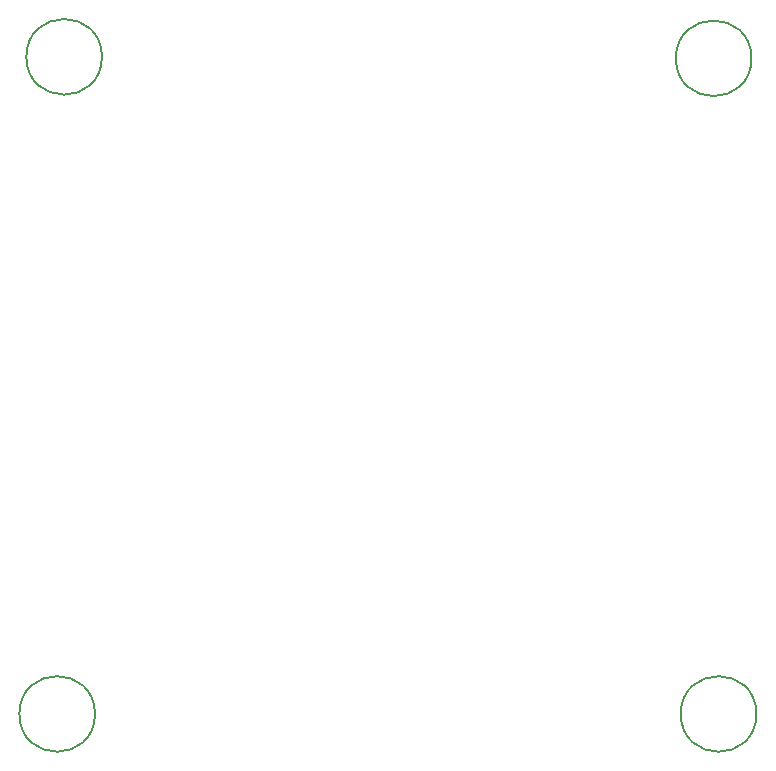
<source format=gbr>
%TF.GenerationSoftware,KiCad,Pcbnew,(6.0.10)*%
%TF.CreationDate,2023-04-05T19:00:52-05:00*%
%TF.ProjectId,pwm_pcb_v2,70776d5f-7063-4625-9f76-322e6b696361,rev?*%
%TF.SameCoordinates,Original*%
%TF.FileFunction,Other,Comment*%
%FSLAX46Y46*%
G04 Gerber Fmt 4.6, Leading zero omitted, Abs format (unit mm)*
G04 Created by KiCad (PCBNEW (6.0.10)) date 2023-04-05 19:00:52*
%MOMM*%
%LPD*%
G01*
G04 APERTURE LIST*
%ADD10C,0.150000*%
G04 APERTURE END LIST*
D10*
%TO.C,MH1*%
X96291000Y-54864000D02*
G75*
G03*
X96291000Y-54864000I-3200000J0D01*
G01*
%TO.C,MH3*%
X95700000Y-110500000D02*
G75*
G03*
X95700000Y-110500000I-3200000J0D01*
G01*
%TO.C,MH4*%
X151700000Y-110500000D02*
G75*
G03*
X151700000Y-110500000I-3200000J0D01*
G01*
%TO.C,MH2*%
X151282000Y-54991000D02*
G75*
G03*
X151282000Y-54991000I-3200000J0D01*
G01*
%TD*%
M02*

</source>
